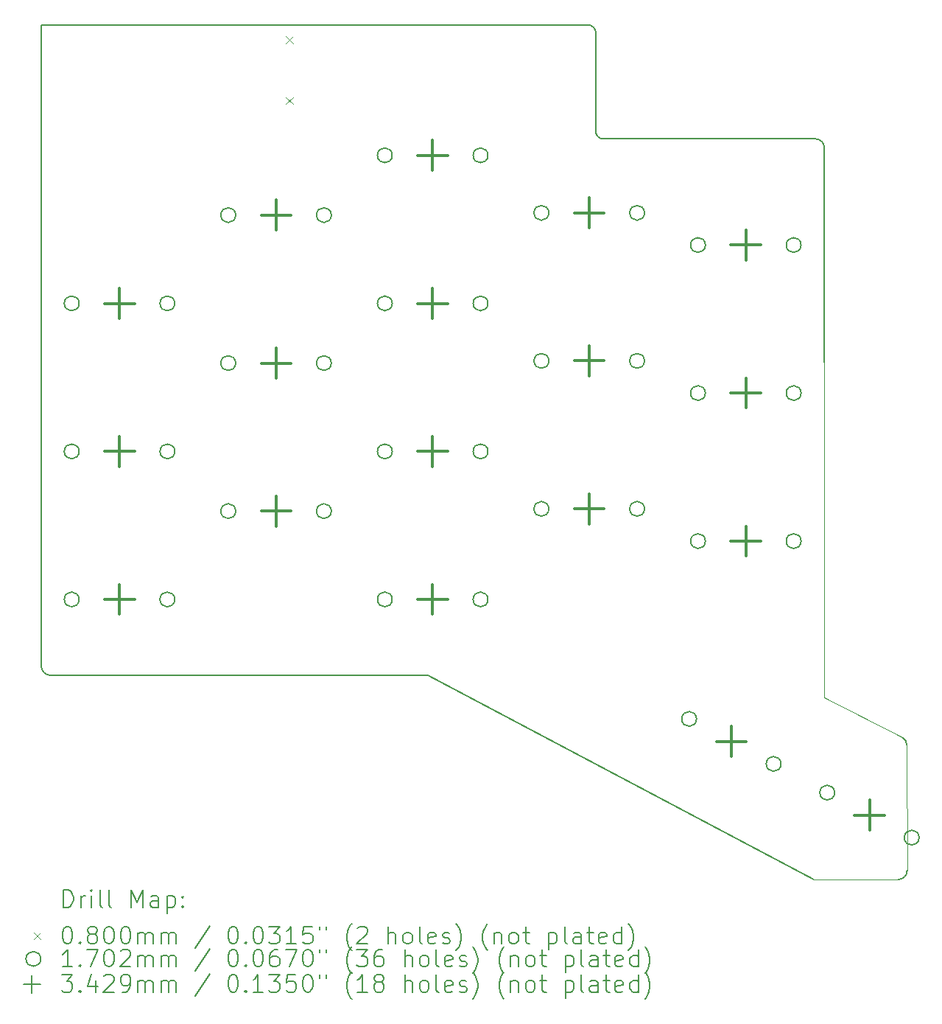
<source format=gbr>
%TF.GenerationSoftware,KiCad,Pcbnew,7.0.6*%
%TF.CreationDate,2023-11-22T12:36:23+08:00*%
%TF.ProjectId,tenten,74656e74-656e-42e6-9b69-6361645f7063,rev?*%
%TF.SameCoordinates,Original*%
%TF.FileFunction,Drillmap*%
%TF.FilePolarity,Positive*%
%FSLAX45Y45*%
G04 Gerber Fmt 4.5, Leading zero omitted, Abs format (unit mm)*
G04 Created by KiCad (PCBNEW 7.0.6) date 2023-11-22 12:36:23*
%MOMM*%
%LPD*%
G01*
G04 APERTURE LIST*
%ADD10C,0.150000*%
%ADD11C,0.050000*%
%ADD12C,0.200000*%
%ADD13C,0.080000*%
%ADD14C,0.170180*%
%ADD15C,0.342900*%
G04 APERTURE END LIST*
D10*
X12720000Y-4911000D02*
X12720320Y-3789680D01*
X12721544Y-3789176D02*
G75*
G03*
X12630140Y-3695231I-93984J-4D01*
G01*
D11*
X16299180Y-13411200D02*
X16298000Y-11971020D01*
D10*
X16199469Y-13510202D02*
G75*
G03*
X16299180Y-13411200I1J99713D01*
G01*
X6347460Y-11064240D02*
X6348000Y-3697000D01*
X12631420Y-3695000D02*
X6347552Y-3695000D01*
X15346957Y-5105257D02*
G75*
G03*
X15247952Y-5005546I-99717J-4D01*
G01*
X6347457Y-11064240D02*
G75*
G03*
X6446463Y-11163951I99713J0D01*
G01*
X15345792Y-7566000D02*
X15346954Y-5105257D01*
X10791000Y-11163000D02*
X15225000Y-13511000D01*
X6446463Y-11163951D02*
X10791000Y-11163000D01*
X12804857Y-5006000D02*
X15247073Y-5006000D01*
X12720003Y-4911000D02*
G75*
G03*
X12804857Y-5004966I87257J-6500D01*
G01*
D11*
X15343000Y-11423000D02*
X15343000Y-5362000D01*
X16243300Y-11879580D02*
X15343000Y-11423000D01*
D10*
X16297196Y-11968479D02*
G75*
G03*
X16243300Y-11879580I-100267J-1D01*
G01*
D11*
X15225000Y-13511000D02*
X16199469Y-13510203D01*
D12*
D13*
X9158000Y-3827000D02*
X9238000Y-3907000D01*
X9238000Y-3827000D02*
X9158000Y-3907000D01*
X9158000Y-4527000D02*
X9238000Y-4607000D01*
X9238000Y-4527000D02*
X9158000Y-4607000D01*
D14*
X6780882Y-6894486D02*
G75*
G03*
X6780882Y-6894486I-85090J0D01*
G01*
X6780882Y-8594486D02*
G75*
G03*
X6780882Y-8594486I-85090J0D01*
G01*
X6780882Y-10294486D02*
G75*
G03*
X6780882Y-10294486I-85090J0D01*
G01*
X7880882Y-6894486D02*
G75*
G03*
X7880882Y-6894486I-85090J0D01*
G01*
X7880882Y-8594486D02*
G75*
G03*
X7880882Y-8594486I-85090J0D01*
G01*
X7880882Y-10294486D02*
G75*
G03*
X7880882Y-10294486I-85090J0D01*
G01*
X8580882Y-5880286D02*
G75*
G03*
X8580882Y-5880286I-85090J0D01*
G01*
X8580882Y-7580286D02*
G75*
G03*
X8580882Y-7580286I-85090J0D01*
G01*
X8580882Y-9280286D02*
G75*
G03*
X8580882Y-9280286I-85090J0D01*
G01*
X9680882Y-5880286D02*
G75*
G03*
X9680882Y-5880286I-85090J0D01*
G01*
X9680882Y-7580286D02*
G75*
G03*
X9680882Y-7580286I-85090J0D01*
G01*
X9680882Y-9280286D02*
G75*
G03*
X9680882Y-9280286I-85090J0D01*
G01*
X10380882Y-5194486D02*
G75*
G03*
X10380882Y-5194486I-85090J0D01*
G01*
X10380882Y-6894486D02*
G75*
G03*
X10380882Y-6894486I-85090J0D01*
G01*
X10380882Y-8594486D02*
G75*
G03*
X10380882Y-8594486I-85090J0D01*
G01*
X10380882Y-10294486D02*
G75*
G03*
X10380882Y-10294486I-85090J0D01*
G01*
X11480882Y-5194486D02*
G75*
G03*
X11480882Y-5194486I-85090J0D01*
G01*
X11480882Y-6894486D02*
G75*
G03*
X11480882Y-6894486I-85090J0D01*
G01*
X11480882Y-8594486D02*
G75*
G03*
X11480882Y-8594486I-85090J0D01*
G01*
X11480882Y-10294486D02*
G75*
G03*
X11480882Y-10294486I-85090J0D01*
G01*
X12180882Y-5854486D02*
G75*
G03*
X12180882Y-5854486I-85090J0D01*
G01*
X12180882Y-7554486D02*
G75*
G03*
X12180882Y-7554486I-85090J0D01*
G01*
X12180882Y-9254486D02*
G75*
G03*
X12180882Y-9254486I-85090J0D01*
G01*
X13280882Y-5854486D02*
G75*
G03*
X13280882Y-5854486I-85090J0D01*
G01*
X13280882Y-7554486D02*
G75*
G03*
X13280882Y-7554486I-85090J0D01*
G01*
X13280882Y-9254486D02*
G75*
G03*
X13280882Y-9254486I-85090J0D01*
G01*
X13878848Y-11666581D02*
G75*
G03*
X13878848Y-11666581I-85090J0D01*
G01*
X13980882Y-6224486D02*
G75*
G03*
X13980882Y-6224486I-85090J0D01*
G01*
X13980882Y-7924486D02*
G75*
G03*
X13980882Y-7924486I-85090J0D01*
G01*
X13980882Y-9624486D02*
G75*
G03*
X13980882Y-9624486I-85090J0D01*
G01*
X14850090Y-12183000D02*
G75*
G03*
X14850090Y-12183000I-85090J0D01*
G01*
X15080882Y-6224486D02*
G75*
G03*
X15080882Y-6224486I-85090J0D01*
G01*
X15080882Y-7924486D02*
G75*
G03*
X15080882Y-7924486I-85090J0D01*
G01*
X15080882Y-9624486D02*
G75*
G03*
X15080882Y-9624486I-85090J0D01*
G01*
X15466469Y-12513791D02*
G75*
G03*
X15466469Y-12513791I-85090J0D01*
G01*
X16437711Y-13030209D02*
G75*
G03*
X16437711Y-13030209I-85090J0D01*
G01*
D15*
X7245792Y-6723036D02*
X7245792Y-7065936D01*
X7074342Y-6894486D02*
X7417242Y-6894486D01*
X7245792Y-8423036D02*
X7245792Y-8765936D01*
X7074342Y-8594486D02*
X7417242Y-8594486D01*
X7245792Y-10123036D02*
X7245792Y-10465936D01*
X7074342Y-10294486D02*
X7417242Y-10294486D01*
X9045792Y-5708836D02*
X9045792Y-6051736D01*
X8874342Y-5880286D02*
X9217242Y-5880286D01*
X9045792Y-7408836D02*
X9045792Y-7751736D01*
X8874342Y-7580286D02*
X9217242Y-7580286D01*
X9045792Y-9108836D02*
X9045792Y-9451736D01*
X8874342Y-9280286D02*
X9217242Y-9280286D01*
X10845792Y-5023036D02*
X10845792Y-5365936D01*
X10674342Y-5194486D02*
X11017242Y-5194486D01*
X10845792Y-6723036D02*
X10845792Y-7065936D01*
X10674342Y-6894486D02*
X11017242Y-6894486D01*
X10845792Y-8423036D02*
X10845792Y-8765936D01*
X10674342Y-8594486D02*
X11017242Y-8594486D01*
X10845792Y-10123036D02*
X10845792Y-10465936D01*
X10674342Y-10294486D02*
X11017242Y-10294486D01*
X12645792Y-5683036D02*
X12645792Y-6025936D01*
X12474342Y-5854486D02*
X12817242Y-5854486D01*
X12645792Y-7383036D02*
X12645792Y-7725936D01*
X12474342Y-7554486D02*
X12817242Y-7554486D01*
X12645792Y-9083036D02*
X12645792Y-9425936D01*
X12474342Y-9254486D02*
X12817242Y-9254486D01*
X14279379Y-11753341D02*
X14279379Y-12096241D01*
X14107929Y-11924791D02*
X14450829Y-11924791D01*
X14445792Y-6053036D02*
X14445792Y-6395936D01*
X14274342Y-6224486D02*
X14617242Y-6224486D01*
X14445792Y-7753036D02*
X14445792Y-8095936D01*
X14274342Y-7924486D02*
X14617242Y-7924486D01*
X14445792Y-9453036D02*
X14445792Y-9795936D01*
X14274342Y-9624486D02*
X14617242Y-9624486D01*
X15867000Y-12600550D02*
X15867000Y-12943450D01*
X15695550Y-12772000D02*
X16038450Y-12772000D01*
D12*
X6600737Y-13829984D02*
X6600737Y-13629984D01*
X6600737Y-13629984D02*
X6648356Y-13629984D01*
X6648356Y-13629984D02*
X6676927Y-13639508D01*
X6676927Y-13639508D02*
X6695975Y-13658555D01*
X6695975Y-13658555D02*
X6705499Y-13677603D01*
X6705499Y-13677603D02*
X6715022Y-13715698D01*
X6715022Y-13715698D02*
X6715022Y-13744269D01*
X6715022Y-13744269D02*
X6705499Y-13782365D01*
X6705499Y-13782365D02*
X6695975Y-13801412D01*
X6695975Y-13801412D02*
X6676927Y-13820460D01*
X6676927Y-13820460D02*
X6648356Y-13829984D01*
X6648356Y-13829984D02*
X6600737Y-13829984D01*
X6800737Y-13829984D02*
X6800737Y-13696650D01*
X6800737Y-13734746D02*
X6810261Y-13715698D01*
X6810261Y-13715698D02*
X6819784Y-13706174D01*
X6819784Y-13706174D02*
X6838832Y-13696650D01*
X6838832Y-13696650D02*
X6857880Y-13696650D01*
X6924546Y-13829984D02*
X6924546Y-13696650D01*
X6924546Y-13629984D02*
X6915022Y-13639508D01*
X6915022Y-13639508D02*
X6924546Y-13649031D01*
X6924546Y-13649031D02*
X6934070Y-13639508D01*
X6934070Y-13639508D02*
X6924546Y-13629984D01*
X6924546Y-13629984D02*
X6924546Y-13649031D01*
X7048356Y-13829984D02*
X7029308Y-13820460D01*
X7029308Y-13820460D02*
X7019784Y-13801412D01*
X7019784Y-13801412D02*
X7019784Y-13629984D01*
X7153118Y-13829984D02*
X7134070Y-13820460D01*
X7134070Y-13820460D02*
X7124546Y-13801412D01*
X7124546Y-13801412D02*
X7124546Y-13629984D01*
X7381689Y-13829984D02*
X7381689Y-13629984D01*
X7381689Y-13629984D02*
X7448356Y-13772841D01*
X7448356Y-13772841D02*
X7515022Y-13629984D01*
X7515022Y-13629984D02*
X7515022Y-13829984D01*
X7695975Y-13829984D02*
X7695975Y-13725222D01*
X7695975Y-13725222D02*
X7686451Y-13706174D01*
X7686451Y-13706174D02*
X7667403Y-13696650D01*
X7667403Y-13696650D02*
X7629308Y-13696650D01*
X7629308Y-13696650D02*
X7610261Y-13706174D01*
X7695975Y-13820460D02*
X7676927Y-13829984D01*
X7676927Y-13829984D02*
X7629308Y-13829984D01*
X7629308Y-13829984D02*
X7610261Y-13820460D01*
X7610261Y-13820460D02*
X7600737Y-13801412D01*
X7600737Y-13801412D02*
X7600737Y-13782365D01*
X7600737Y-13782365D02*
X7610261Y-13763317D01*
X7610261Y-13763317D02*
X7629308Y-13753793D01*
X7629308Y-13753793D02*
X7676927Y-13753793D01*
X7676927Y-13753793D02*
X7695975Y-13744269D01*
X7791213Y-13696650D02*
X7791213Y-13896650D01*
X7791213Y-13706174D02*
X7810261Y-13696650D01*
X7810261Y-13696650D02*
X7848356Y-13696650D01*
X7848356Y-13696650D02*
X7867403Y-13706174D01*
X7867403Y-13706174D02*
X7876927Y-13715698D01*
X7876927Y-13715698D02*
X7886451Y-13734746D01*
X7886451Y-13734746D02*
X7886451Y-13791888D01*
X7886451Y-13791888D02*
X7876927Y-13810936D01*
X7876927Y-13810936D02*
X7867403Y-13820460D01*
X7867403Y-13820460D02*
X7848356Y-13829984D01*
X7848356Y-13829984D02*
X7810261Y-13829984D01*
X7810261Y-13829984D02*
X7791213Y-13820460D01*
X7972165Y-13810936D02*
X7981689Y-13820460D01*
X7981689Y-13820460D02*
X7972165Y-13829984D01*
X7972165Y-13829984D02*
X7962642Y-13820460D01*
X7962642Y-13820460D02*
X7972165Y-13810936D01*
X7972165Y-13810936D02*
X7972165Y-13829984D01*
X7972165Y-13706174D02*
X7981689Y-13715698D01*
X7981689Y-13715698D02*
X7972165Y-13725222D01*
X7972165Y-13725222D02*
X7962642Y-13715698D01*
X7962642Y-13715698D02*
X7972165Y-13706174D01*
X7972165Y-13706174D02*
X7972165Y-13725222D01*
D13*
X6259960Y-14118500D02*
X6339960Y-14198500D01*
X6339960Y-14118500D02*
X6259960Y-14198500D01*
D12*
X6638832Y-14049984D02*
X6657880Y-14049984D01*
X6657880Y-14049984D02*
X6676927Y-14059508D01*
X6676927Y-14059508D02*
X6686451Y-14069031D01*
X6686451Y-14069031D02*
X6695975Y-14088079D01*
X6695975Y-14088079D02*
X6705499Y-14126174D01*
X6705499Y-14126174D02*
X6705499Y-14173793D01*
X6705499Y-14173793D02*
X6695975Y-14211888D01*
X6695975Y-14211888D02*
X6686451Y-14230936D01*
X6686451Y-14230936D02*
X6676927Y-14240460D01*
X6676927Y-14240460D02*
X6657880Y-14249984D01*
X6657880Y-14249984D02*
X6638832Y-14249984D01*
X6638832Y-14249984D02*
X6619784Y-14240460D01*
X6619784Y-14240460D02*
X6610261Y-14230936D01*
X6610261Y-14230936D02*
X6600737Y-14211888D01*
X6600737Y-14211888D02*
X6591213Y-14173793D01*
X6591213Y-14173793D02*
X6591213Y-14126174D01*
X6591213Y-14126174D02*
X6600737Y-14088079D01*
X6600737Y-14088079D02*
X6610261Y-14069031D01*
X6610261Y-14069031D02*
X6619784Y-14059508D01*
X6619784Y-14059508D02*
X6638832Y-14049984D01*
X6791213Y-14230936D02*
X6800737Y-14240460D01*
X6800737Y-14240460D02*
X6791213Y-14249984D01*
X6791213Y-14249984D02*
X6781689Y-14240460D01*
X6781689Y-14240460D02*
X6791213Y-14230936D01*
X6791213Y-14230936D02*
X6791213Y-14249984D01*
X6915022Y-14135698D02*
X6895975Y-14126174D01*
X6895975Y-14126174D02*
X6886451Y-14116650D01*
X6886451Y-14116650D02*
X6876927Y-14097603D01*
X6876927Y-14097603D02*
X6876927Y-14088079D01*
X6876927Y-14088079D02*
X6886451Y-14069031D01*
X6886451Y-14069031D02*
X6895975Y-14059508D01*
X6895975Y-14059508D02*
X6915022Y-14049984D01*
X6915022Y-14049984D02*
X6953118Y-14049984D01*
X6953118Y-14049984D02*
X6972165Y-14059508D01*
X6972165Y-14059508D02*
X6981689Y-14069031D01*
X6981689Y-14069031D02*
X6991213Y-14088079D01*
X6991213Y-14088079D02*
X6991213Y-14097603D01*
X6991213Y-14097603D02*
X6981689Y-14116650D01*
X6981689Y-14116650D02*
X6972165Y-14126174D01*
X6972165Y-14126174D02*
X6953118Y-14135698D01*
X6953118Y-14135698D02*
X6915022Y-14135698D01*
X6915022Y-14135698D02*
X6895975Y-14145222D01*
X6895975Y-14145222D02*
X6886451Y-14154746D01*
X6886451Y-14154746D02*
X6876927Y-14173793D01*
X6876927Y-14173793D02*
X6876927Y-14211888D01*
X6876927Y-14211888D02*
X6886451Y-14230936D01*
X6886451Y-14230936D02*
X6895975Y-14240460D01*
X6895975Y-14240460D02*
X6915022Y-14249984D01*
X6915022Y-14249984D02*
X6953118Y-14249984D01*
X6953118Y-14249984D02*
X6972165Y-14240460D01*
X6972165Y-14240460D02*
X6981689Y-14230936D01*
X6981689Y-14230936D02*
X6991213Y-14211888D01*
X6991213Y-14211888D02*
X6991213Y-14173793D01*
X6991213Y-14173793D02*
X6981689Y-14154746D01*
X6981689Y-14154746D02*
X6972165Y-14145222D01*
X6972165Y-14145222D02*
X6953118Y-14135698D01*
X7115022Y-14049984D02*
X7134070Y-14049984D01*
X7134070Y-14049984D02*
X7153118Y-14059508D01*
X7153118Y-14059508D02*
X7162642Y-14069031D01*
X7162642Y-14069031D02*
X7172165Y-14088079D01*
X7172165Y-14088079D02*
X7181689Y-14126174D01*
X7181689Y-14126174D02*
X7181689Y-14173793D01*
X7181689Y-14173793D02*
X7172165Y-14211888D01*
X7172165Y-14211888D02*
X7162642Y-14230936D01*
X7162642Y-14230936D02*
X7153118Y-14240460D01*
X7153118Y-14240460D02*
X7134070Y-14249984D01*
X7134070Y-14249984D02*
X7115022Y-14249984D01*
X7115022Y-14249984D02*
X7095975Y-14240460D01*
X7095975Y-14240460D02*
X7086451Y-14230936D01*
X7086451Y-14230936D02*
X7076927Y-14211888D01*
X7076927Y-14211888D02*
X7067403Y-14173793D01*
X7067403Y-14173793D02*
X7067403Y-14126174D01*
X7067403Y-14126174D02*
X7076927Y-14088079D01*
X7076927Y-14088079D02*
X7086451Y-14069031D01*
X7086451Y-14069031D02*
X7095975Y-14059508D01*
X7095975Y-14059508D02*
X7115022Y-14049984D01*
X7305499Y-14049984D02*
X7324546Y-14049984D01*
X7324546Y-14049984D02*
X7343594Y-14059508D01*
X7343594Y-14059508D02*
X7353118Y-14069031D01*
X7353118Y-14069031D02*
X7362642Y-14088079D01*
X7362642Y-14088079D02*
X7372165Y-14126174D01*
X7372165Y-14126174D02*
X7372165Y-14173793D01*
X7372165Y-14173793D02*
X7362642Y-14211888D01*
X7362642Y-14211888D02*
X7353118Y-14230936D01*
X7353118Y-14230936D02*
X7343594Y-14240460D01*
X7343594Y-14240460D02*
X7324546Y-14249984D01*
X7324546Y-14249984D02*
X7305499Y-14249984D01*
X7305499Y-14249984D02*
X7286451Y-14240460D01*
X7286451Y-14240460D02*
X7276927Y-14230936D01*
X7276927Y-14230936D02*
X7267403Y-14211888D01*
X7267403Y-14211888D02*
X7257880Y-14173793D01*
X7257880Y-14173793D02*
X7257880Y-14126174D01*
X7257880Y-14126174D02*
X7267403Y-14088079D01*
X7267403Y-14088079D02*
X7276927Y-14069031D01*
X7276927Y-14069031D02*
X7286451Y-14059508D01*
X7286451Y-14059508D02*
X7305499Y-14049984D01*
X7457880Y-14249984D02*
X7457880Y-14116650D01*
X7457880Y-14135698D02*
X7467403Y-14126174D01*
X7467403Y-14126174D02*
X7486451Y-14116650D01*
X7486451Y-14116650D02*
X7515023Y-14116650D01*
X7515023Y-14116650D02*
X7534070Y-14126174D01*
X7534070Y-14126174D02*
X7543594Y-14145222D01*
X7543594Y-14145222D02*
X7543594Y-14249984D01*
X7543594Y-14145222D02*
X7553118Y-14126174D01*
X7553118Y-14126174D02*
X7572165Y-14116650D01*
X7572165Y-14116650D02*
X7600737Y-14116650D01*
X7600737Y-14116650D02*
X7619784Y-14126174D01*
X7619784Y-14126174D02*
X7629308Y-14145222D01*
X7629308Y-14145222D02*
X7629308Y-14249984D01*
X7724546Y-14249984D02*
X7724546Y-14116650D01*
X7724546Y-14135698D02*
X7734070Y-14126174D01*
X7734070Y-14126174D02*
X7753118Y-14116650D01*
X7753118Y-14116650D02*
X7781689Y-14116650D01*
X7781689Y-14116650D02*
X7800737Y-14126174D01*
X7800737Y-14126174D02*
X7810261Y-14145222D01*
X7810261Y-14145222D02*
X7810261Y-14249984D01*
X7810261Y-14145222D02*
X7819784Y-14126174D01*
X7819784Y-14126174D02*
X7838832Y-14116650D01*
X7838832Y-14116650D02*
X7867403Y-14116650D01*
X7867403Y-14116650D02*
X7886451Y-14126174D01*
X7886451Y-14126174D02*
X7895975Y-14145222D01*
X7895975Y-14145222D02*
X7895975Y-14249984D01*
X8286451Y-14040460D02*
X8115023Y-14297603D01*
X8543594Y-14049984D02*
X8562642Y-14049984D01*
X8562642Y-14049984D02*
X8581689Y-14059508D01*
X8581689Y-14059508D02*
X8591213Y-14069031D01*
X8591213Y-14069031D02*
X8600737Y-14088079D01*
X8600737Y-14088079D02*
X8610261Y-14126174D01*
X8610261Y-14126174D02*
X8610261Y-14173793D01*
X8610261Y-14173793D02*
X8600737Y-14211888D01*
X8600737Y-14211888D02*
X8591213Y-14230936D01*
X8591213Y-14230936D02*
X8581689Y-14240460D01*
X8581689Y-14240460D02*
X8562642Y-14249984D01*
X8562642Y-14249984D02*
X8543594Y-14249984D01*
X8543594Y-14249984D02*
X8524547Y-14240460D01*
X8524547Y-14240460D02*
X8515023Y-14230936D01*
X8515023Y-14230936D02*
X8505499Y-14211888D01*
X8505499Y-14211888D02*
X8495975Y-14173793D01*
X8495975Y-14173793D02*
X8495975Y-14126174D01*
X8495975Y-14126174D02*
X8505499Y-14088079D01*
X8505499Y-14088079D02*
X8515023Y-14069031D01*
X8515023Y-14069031D02*
X8524547Y-14059508D01*
X8524547Y-14059508D02*
X8543594Y-14049984D01*
X8695975Y-14230936D02*
X8705499Y-14240460D01*
X8705499Y-14240460D02*
X8695975Y-14249984D01*
X8695975Y-14249984D02*
X8686451Y-14240460D01*
X8686451Y-14240460D02*
X8695975Y-14230936D01*
X8695975Y-14230936D02*
X8695975Y-14249984D01*
X8829308Y-14049984D02*
X8848356Y-14049984D01*
X8848356Y-14049984D02*
X8867404Y-14059508D01*
X8867404Y-14059508D02*
X8876928Y-14069031D01*
X8876928Y-14069031D02*
X8886451Y-14088079D01*
X8886451Y-14088079D02*
X8895975Y-14126174D01*
X8895975Y-14126174D02*
X8895975Y-14173793D01*
X8895975Y-14173793D02*
X8886451Y-14211888D01*
X8886451Y-14211888D02*
X8876928Y-14230936D01*
X8876928Y-14230936D02*
X8867404Y-14240460D01*
X8867404Y-14240460D02*
X8848356Y-14249984D01*
X8848356Y-14249984D02*
X8829308Y-14249984D01*
X8829308Y-14249984D02*
X8810261Y-14240460D01*
X8810261Y-14240460D02*
X8800737Y-14230936D01*
X8800737Y-14230936D02*
X8791213Y-14211888D01*
X8791213Y-14211888D02*
X8781689Y-14173793D01*
X8781689Y-14173793D02*
X8781689Y-14126174D01*
X8781689Y-14126174D02*
X8791213Y-14088079D01*
X8791213Y-14088079D02*
X8800737Y-14069031D01*
X8800737Y-14069031D02*
X8810261Y-14059508D01*
X8810261Y-14059508D02*
X8829308Y-14049984D01*
X8962642Y-14049984D02*
X9086451Y-14049984D01*
X9086451Y-14049984D02*
X9019785Y-14126174D01*
X9019785Y-14126174D02*
X9048356Y-14126174D01*
X9048356Y-14126174D02*
X9067404Y-14135698D01*
X9067404Y-14135698D02*
X9076928Y-14145222D01*
X9076928Y-14145222D02*
X9086451Y-14164269D01*
X9086451Y-14164269D02*
X9086451Y-14211888D01*
X9086451Y-14211888D02*
X9076928Y-14230936D01*
X9076928Y-14230936D02*
X9067404Y-14240460D01*
X9067404Y-14240460D02*
X9048356Y-14249984D01*
X9048356Y-14249984D02*
X8991213Y-14249984D01*
X8991213Y-14249984D02*
X8972166Y-14240460D01*
X8972166Y-14240460D02*
X8962642Y-14230936D01*
X9276928Y-14249984D02*
X9162642Y-14249984D01*
X9219785Y-14249984D02*
X9219785Y-14049984D01*
X9219785Y-14049984D02*
X9200737Y-14078555D01*
X9200737Y-14078555D02*
X9181689Y-14097603D01*
X9181689Y-14097603D02*
X9162642Y-14107127D01*
X9457880Y-14049984D02*
X9362642Y-14049984D01*
X9362642Y-14049984D02*
X9353118Y-14145222D01*
X9353118Y-14145222D02*
X9362642Y-14135698D01*
X9362642Y-14135698D02*
X9381689Y-14126174D01*
X9381689Y-14126174D02*
X9429309Y-14126174D01*
X9429309Y-14126174D02*
X9448356Y-14135698D01*
X9448356Y-14135698D02*
X9457880Y-14145222D01*
X9457880Y-14145222D02*
X9467404Y-14164269D01*
X9467404Y-14164269D02*
X9467404Y-14211888D01*
X9467404Y-14211888D02*
X9457880Y-14230936D01*
X9457880Y-14230936D02*
X9448356Y-14240460D01*
X9448356Y-14240460D02*
X9429309Y-14249984D01*
X9429309Y-14249984D02*
X9381689Y-14249984D01*
X9381689Y-14249984D02*
X9362642Y-14240460D01*
X9362642Y-14240460D02*
X9353118Y-14230936D01*
X9543594Y-14049984D02*
X9543594Y-14088079D01*
X9619785Y-14049984D02*
X9619785Y-14088079D01*
X9915023Y-14326174D02*
X9905499Y-14316650D01*
X9905499Y-14316650D02*
X9886451Y-14288079D01*
X9886451Y-14288079D02*
X9876928Y-14269031D01*
X9876928Y-14269031D02*
X9867404Y-14240460D01*
X9867404Y-14240460D02*
X9857880Y-14192841D01*
X9857880Y-14192841D02*
X9857880Y-14154746D01*
X9857880Y-14154746D02*
X9867404Y-14107127D01*
X9867404Y-14107127D02*
X9876928Y-14078555D01*
X9876928Y-14078555D02*
X9886451Y-14059508D01*
X9886451Y-14059508D02*
X9905499Y-14030936D01*
X9905499Y-14030936D02*
X9915023Y-14021412D01*
X9981690Y-14069031D02*
X9991213Y-14059508D01*
X9991213Y-14059508D02*
X10010261Y-14049984D01*
X10010261Y-14049984D02*
X10057880Y-14049984D01*
X10057880Y-14049984D02*
X10076928Y-14059508D01*
X10076928Y-14059508D02*
X10086451Y-14069031D01*
X10086451Y-14069031D02*
X10095975Y-14088079D01*
X10095975Y-14088079D02*
X10095975Y-14107127D01*
X10095975Y-14107127D02*
X10086451Y-14135698D01*
X10086451Y-14135698D02*
X9972166Y-14249984D01*
X9972166Y-14249984D02*
X10095975Y-14249984D01*
X10334071Y-14249984D02*
X10334071Y-14049984D01*
X10419785Y-14249984D02*
X10419785Y-14145222D01*
X10419785Y-14145222D02*
X10410261Y-14126174D01*
X10410261Y-14126174D02*
X10391213Y-14116650D01*
X10391213Y-14116650D02*
X10362642Y-14116650D01*
X10362642Y-14116650D02*
X10343594Y-14126174D01*
X10343594Y-14126174D02*
X10334071Y-14135698D01*
X10543594Y-14249984D02*
X10524547Y-14240460D01*
X10524547Y-14240460D02*
X10515023Y-14230936D01*
X10515023Y-14230936D02*
X10505499Y-14211888D01*
X10505499Y-14211888D02*
X10505499Y-14154746D01*
X10505499Y-14154746D02*
X10515023Y-14135698D01*
X10515023Y-14135698D02*
X10524547Y-14126174D01*
X10524547Y-14126174D02*
X10543594Y-14116650D01*
X10543594Y-14116650D02*
X10572166Y-14116650D01*
X10572166Y-14116650D02*
X10591213Y-14126174D01*
X10591213Y-14126174D02*
X10600737Y-14135698D01*
X10600737Y-14135698D02*
X10610261Y-14154746D01*
X10610261Y-14154746D02*
X10610261Y-14211888D01*
X10610261Y-14211888D02*
X10600737Y-14230936D01*
X10600737Y-14230936D02*
X10591213Y-14240460D01*
X10591213Y-14240460D02*
X10572166Y-14249984D01*
X10572166Y-14249984D02*
X10543594Y-14249984D01*
X10724547Y-14249984D02*
X10705499Y-14240460D01*
X10705499Y-14240460D02*
X10695975Y-14221412D01*
X10695975Y-14221412D02*
X10695975Y-14049984D01*
X10876928Y-14240460D02*
X10857880Y-14249984D01*
X10857880Y-14249984D02*
X10819785Y-14249984D01*
X10819785Y-14249984D02*
X10800737Y-14240460D01*
X10800737Y-14240460D02*
X10791213Y-14221412D01*
X10791213Y-14221412D02*
X10791213Y-14145222D01*
X10791213Y-14145222D02*
X10800737Y-14126174D01*
X10800737Y-14126174D02*
X10819785Y-14116650D01*
X10819785Y-14116650D02*
X10857880Y-14116650D01*
X10857880Y-14116650D02*
X10876928Y-14126174D01*
X10876928Y-14126174D02*
X10886452Y-14145222D01*
X10886452Y-14145222D02*
X10886452Y-14164269D01*
X10886452Y-14164269D02*
X10791213Y-14183317D01*
X10962642Y-14240460D02*
X10981690Y-14249984D01*
X10981690Y-14249984D02*
X11019785Y-14249984D01*
X11019785Y-14249984D02*
X11038833Y-14240460D01*
X11038833Y-14240460D02*
X11048356Y-14221412D01*
X11048356Y-14221412D02*
X11048356Y-14211888D01*
X11048356Y-14211888D02*
X11038833Y-14192841D01*
X11038833Y-14192841D02*
X11019785Y-14183317D01*
X11019785Y-14183317D02*
X10991213Y-14183317D01*
X10991213Y-14183317D02*
X10972166Y-14173793D01*
X10972166Y-14173793D02*
X10962642Y-14154746D01*
X10962642Y-14154746D02*
X10962642Y-14145222D01*
X10962642Y-14145222D02*
X10972166Y-14126174D01*
X10972166Y-14126174D02*
X10991213Y-14116650D01*
X10991213Y-14116650D02*
X11019785Y-14116650D01*
X11019785Y-14116650D02*
X11038833Y-14126174D01*
X11115023Y-14326174D02*
X11124547Y-14316650D01*
X11124547Y-14316650D02*
X11143594Y-14288079D01*
X11143594Y-14288079D02*
X11153118Y-14269031D01*
X11153118Y-14269031D02*
X11162642Y-14240460D01*
X11162642Y-14240460D02*
X11172166Y-14192841D01*
X11172166Y-14192841D02*
X11172166Y-14154746D01*
X11172166Y-14154746D02*
X11162642Y-14107127D01*
X11162642Y-14107127D02*
X11153118Y-14078555D01*
X11153118Y-14078555D02*
X11143594Y-14059508D01*
X11143594Y-14059508D02*
X11124547Y-14030936D01*
X11124547Y-14030936D02*
X11115023Y-14021412D01*
X11476928Y-14326174D02*
X11467404Y-14316650D01*
X11467404Y-14316650D02*
X11448356Y-14288079D01*
X11448356Y-14288079D02*
X11438832Y-14269031D01*
X11438832Y-14269031D02*
X11429309Y-14240460D01*
X11429309Y-14240460D02*
X11419785Y-14192841D01*
X11419785Y-14192841D02*
X11419785Y-14154746D01*
X11419785Y-14154746D02*
X11429309Y-14107127D01*
X11429309Y-14107127D02*
X11438832Y-14078555D01*
X11438832Y-14078555D02*
X11448356Y-14059508D01*
X11448356Y-14059508D02*
X11467404Y-14030936D01*
X11467404Y-14030936D02*
X11476928Y-14021412D01*
X11553118Y-14116650D02*
X11553118Y-14249984D01*
X11553118Y-14135698D02*
X11562642Y-14126174D01*
X11562642Y-14126174D02*
X11581690Y-14116650D01*
X11581690Y-14116650D02*
X11610261Y-14116650D01*
X11610261Y-14116650D02*
X11629309Y-14126174D01*
X11629309Y-14126174D02*
X11638832Y-14145222D01*
X11638832Y-14145222D02*
X11638832Y-14249984D01*
X11762642Y-14249984D02*
X11743594Y-14240460D01*
X11743594Y-14240460D02*
X11734071Y-14230936D01*
X11734071Y-14230936D02*
X11724547Y-14211888D01*
X11724547Y-14211888D02*
X11724547Y-14154746D01*
X11724547Y-14154746D02*
X11734071Y-14135698D01*
X11734071Y-14135698D02*
X11743594Y-14126174D01*
X11743594Y-14126174D02*
X11762642Y-14116650D01*
X11762642Y-14116650D02*
X11791213Y-14116650D01*
X11791213Y-14116650D02*
X11810261Y-14126174D01*
X11810261Y-14126174D02*
X11819785Y-14135698D01*
X11819785Y-14135698D02*
X11829309Y-14154746D01*
X11829309Y-14154746D02*
X11829309Y-14211888D01*
X11829309Y-14211888D02*
X11819785Y-14230936D01*
X11819785Y-14230936D02*
X11810261Y-14240460D01*
X11810261Y-14240460D02*
X11791213Y-14249984D01*
X11791213Y-14249984D02*
X11762642Y-14249984D01*
X11886452Y-14116650D02*
X11962642Y-14116650D01*
X11915023Y-14049984D02*
X11915023Y-14221412D01*
X11915023Y-14221412D02*
X11924547Y-14240460D01*
X11924547Y-14240460D02*
X11943594Y-14249984D01*
X11943594Y-14249984D02*
X11962642Y-14249984D01*
X12181690Y-14116650D02*
X12181690Y-14316650D01*
X12181690Y-14126174D02*
X12200737Y-14116650D01*
X12200737Y-14116650D02*
X12238833Y-14116650D01*
X12238833Y-14116650D02*
X12257880Y-14126174D01*
X12257880Y-14126174D02*
X12267404Y-14135698D01*
X12267404Y-14135698D02*
X12276928Y-14154746D01*
X12276928Y-14154746D02*
X12276928Y-14211888D01*
X12276928Y-14211888D02*
X12267404Y-14230936D01*
X12267404Y-14230936D02*
X12257880Y-14240460D01*
X12257880Y-14240460D02*
X12238833Y-14249984D01*
X12238833Y-14249984D02*
X12200737Y-14249984D01*
X12200737Y-14249984D02*
X12181690Y-14240460D01*
X12391213Y-14249984D02*
X12372166Y-14240460D01*
X12372166Y-14240460D02*
X12362642Y-14221412D01*
X12362642Y-14221412D02*
X12362642Y-14049984D01*
X12553118Y-14249984D02*
X12553118Y-14145222D01*
X12553118Y-14145222D02*
X12543594Y-14126174D01*
X12543594Y-14126174D02*
X12524547Y-14116650D01*
X12524547Y-14116650D02*
X12486452Y-14116650D01*
X12486452Y-14116650D02*
X12467404Y-14126174D01*
X12553118Y-14240460D02*
X12534071Y-14249984D01*
X12534071Y-14249984D02*
X12486452Y-14249984D01*
X12486452Y-14249984D02*
X12467404Y-14240460D01*
X12467404Y-14240460D02*
X12457880Y-14221412D01*
X12457880Y-14221412D02*
X12457880Y-14202365D01*
X12457880Y-14202365D02*
X12467404Y-14183317D01*
X12467404Y-14183317D02*
X12486452Y-14173793D01*
X12486452Y-14173793D02*
X12534071Y-14173793D01*
X12534071Y-14173793D02*
X12553118Y-14164269D01*
X12619785Y-14116650D02*
X12695975Y-14116650D01*
X12648356Y-14049984D02*
X12648356Y-14221412D01*
X12648356Y-14221412D02*
X12657880Y-14240460D01*
X12657880Y-14240460D02*
X12676928Y-14249984D01*
X12676928Y-14249984D02*
X12695975Y-14249984D01*
X12838833Y-14240460D02*
X12819785Y-14249984D01*
X12819785Y-14249984D02*
X12781690Y-14249984D01*
X12781690Y-14249984D02*
X12762642Y-14240460D01*
X12762642Y-14240460D02*
X12753118Y-14221412D01*
X12753118Y-14221412D02*
X12753118Y-14145222D01*
X12753118Y-14145222D02*
X12762642Y-14126174D01*
X12762642Y-14126174D02*
X12781690Y-14116650D01*
X12781690Y-14116650D02*
X12819785Y-14116650D01*
X12819785Y-14116650D02*
X12838833Y-14126174D01*
X12838833Y-14126174D02*
X12848356Y-14145222D01*
X12848356Y-14145222D02*
X12848356Y-14164269D01*
X12848356Y-14164269D02*
X12753118Y-14183317D01*
X13019785Y-14249984D02*
X13019785Y-14049984D01*
X13019785Y-14240460D02*
X13000737Y-14249984D01*
X13000737Y-14249984D02*
X12962642Y-14249984D01*
X12962642Y-14249984D02*
X12943594Y-14240460D01*
X12943594Y-14240460D02*
X12934071Y-14230936D01*
X12934071Y-14230936D02*
X12924547Y-14211888D01*
X12924547Y-14211888D02*
X12924547Y-14154746D01*
X12924547Y-14154746D02*
X12934071Y-14135698D01*
X12934071Y-14135698D02*
X12943594Y-14126174D01*
X12943594Y-14126174D02*
X12962642Y-14116650D01*
X12962642Y-14116650D02*
X13000737Y-14116650D01*
X13000737Y-14116650D02*
X13019785Y-14126174D01*
X13095975Y-14326174D02*
X13105499Y-14316650D01*
X13105499Y-14316650D02*
X13124547Y-14288079D01*
X13124547Y-14288079D02*
X13134071Y-14269031D01*
X13134071Y-14269031D02*
X13143594Y-14240460D01*
X13143594Y-14240460D02*
X13153118Y-14192841D01*
X13153118Y-14192841D02*
X13153118Y-14154746D01*
X13153118Y-14154746D02*
X13143594Y-14107127D01*
X13143594Y-14107127D02*
X13134071Y-14078555D01*
X13134071Y-14078555D02*
X13124547Y-14059508D01*
X13124547Y-14059508D02*
X13105499Y-14030936D01*
X13105499Y-14030936D02*
X13095975Y-14021412D01*
D14*
X6339960Y-14422500D02*
G75*
G03*
X6339960Y-14422500I-85090J0D01*
G01*
D12*
X6705499Y-14513984D02*
X6591213Y-14513984D01*
X6648356Y-14513984D02*
X6648356Y-14313984D01*
X6648356Y-14313984D02*
X6629308Y-14342555D01*
X6629308Y-14342555D02*
X6610261Y-14361603D01*
X6610261Y-14361603D02*
X6591213Y-14371127D01*
X6791213Y-14494936D02*
X6800737Y-14504460D01*
X6800737Y-14504460D02*
X6791213Y-14513984D01*
X6791213Y-14513984D02*
X6781689Y-14504460D01*
X6781689Y-14504460D02*
X6791213Y-14494936D01*
X6791213Y-14494936D02*
X6791213Y-14513984D01*
X6867403Y-14313984D02*
X7000737Y-14313984D01*
X7000737Y-14313984D02*
X6915022Y-14513984D01*
X7115022Y-14313984D02*
X7134070Y-14313984D01*
X7134070Y-14313984D02*
X7153118Y-14323508D01*
X7153118Y-14323508D02*
X7162642Y-14333031D01*
X7162642Y-14333031D02*
X7172165Y-14352079D01*
X7172165Y-14352079D02*
X7181689Y-14390174D01*
X7181689Y-14390174D02*
X7181689Y-14437793D01*
X7181689Y-14437793D02*
X7172165Y-14475888D01*
X7172165Y-14475888D02*
X7162642Y-14494936D01*
X7162642Y-14494936D02*
X7153118Y-14504460D01*
X7153118Y-14504460D02*
X7134070Y-14513984D01*
X7134070Y-14513984D02*
X7115022Y-14513984D01*
X7115022Y-14513984D02*
X7095975Y-14504460D01*
X7095975Y-14504460D02*
X7086451Y-14494936D01*
X7086451Y-14494936D02*
X7076927Y-14475888D01*
X7076927Y-14475888D02*
X7067403Y-14437793D01*
X7067403Y-14437793D02*
X7067403Y-14390174D01*
X7067403Y-14390174D02*
X7076927Y-14352079D01*
X7076927Y-14352079D02*
X7086451Y-14333031D01*
X7086451Y-14333031D02*
X7095975Y-14323508D01*
X7095975Y-14323508D02*
X7115022Y-14313984D01*
X7257880Y-14333031D02*
X7267403Y-14323508D01*
X7267403Y-14323508D02*
X7286451Y-14313984D01*
X7286451Y-14313984D02*
X7334070Y-14313984D01*
X7334070Y-14313984D02*
X7353118Y-14323508D01*
X7353118Y-14323508D02*
X7362642Y-14333031D01*
X7362642Y-14333031D02*
X7372165Y-14352079D01*
X7372165Y-14352079D02*
X7372165Y-14371127D01*
X7372165Y-14371127D02*
X7362642Y-14399698D01*
X7362642Y-14399698D02*
X7248356Y-14513984D01*
X7248356Y-14513984D02*
X7372165Y-14513984D01*
X7457880Y-14513984D02*
X7457880Y-14380650D01*
X7457880Y-14399698D02*
X7467403Y-14390174D01*
X7467403Y-14390174D02*
X7486451Y-14380650D01*
X7486451Y-14380650D02*
X7515023Y-14380650D01*
X7515023Y-14380650D02*
X7534070Y-14390174D01*
X7534070Y-14390174D02*
X7543594Y-14409222D01*
X7543594Y-14409222D02*
X7543594Y-14513984D01*
X7543594Y-14409222D02*
X7553118Y-14390174D01*
X7553118Y-14390174D02*
X7572165Y-14380650D01*
X7572165Y-14380650D02*
X7600737Y-14380650D01*
X7600737Y-14380650D02*
X7619784Y-14390174D01*
X7619784Y-14390174D02*
X7629308Y-14409222D01*
X7629308Y-14409222D02*
X7629308Y-14513984D01*
X7724546Y-14513984D02*
X7724546Y-14380650D01*
X7724546Y-14399698D02*
X7734070Y-14390174D01*
X7734070Y-14390174D02*
X7753118Y-14380650D01*
X7753118Y-14380650D02*
X7781689Y-14380650D01*
X7781689Y-14380650D02*
X7800737Y-14390174D01*
X7800737Y-14390174D02*
X7810261Y-14409222D01*
X7810261Y-14409222D02*
X7810261Y-14513984D01*
X7810261Y-14409222D02*
X7819784Y-14390174D01*
X7819784Y-14390174D02*
X7838832Y-14380650D01*
X7838832Y-14380650D02*
X7867403Y-14380650D01*
X7867403Y-14380650D02*
X7886451Y-14390174D01*
X7886451Y-14390174D02*
X7895975Y-14409222D01*
X7895975Y-14409222D02*
X7895975Y-14513984D01*
X8286451Y-14304460D02*
X8115023Y-14561603D01*
X8543594Y-14313984D02*
X8562642Y-14313984D01*
X8562642Y-14313984D02*
X8581689Y-14323508D01*
X8581689Y-14323508D02*
X8591213Y-14333031D01*
X8591213Y-14333031D02*
X8600737Y-14352079D01*
X8600737Y-14352079D02*
X8610261Y-14390174D01*
X8610261Y-14390174D02*
X8610261Y-14437793D01*
X8610261Y-14437793D02*
X8600737Y-14475888D01*
X8600737Y-14475888D02*
X8591213Y-14494936D01*
X8591213Y-14494936D02*
X8581689Y-14504460D01*
X8581689Y-14504460D02*
X8562642Y-14513984D01*
X8562642Y-14513984D02*
X8543594Y-14513984D01*
X8543594Y-14513984D02*
X8524547Y-14504460D01*
X8524547Y-14504460D02*
X8515023Y-14494936D01*
X8515023Y-14494936D02*
X8505499Y-14475888D01*
X8505499Y-14475888D02*
X8495975Y-14437793D01*
X8495975Y-14437793D02*
X8495975Y-14390174D01*
X8495975Y-14390174D02*
X8505499Y-14352079D01*
X8505499Y-14352079D02*
X8515023Y-14333031D01*
X8515023Y-14333031D02*
X8524547Y-14323508D01*
X8524547Y-14323508D02*
X8543594Y-14313984D01*
X8695975Y-14494936D02*
X8705499Y-14504460D01*
X8705499Y-14504460D02*
X8695975Y-14513984D01*
X8695975Y-14513984D02*
X8686451Y-14504460D01*
X8686451Y-14504460D02*
X8695975Y-14494936D01*
X8695975Y-14494936D02*
X8695975Y-14513984D01*
X8829308Y-14313984D02*
X8848356Y-14313984D01*
X8848356Y-14313984D02*
X8867404Y-14323508D01*
X8867404Y-14323508D02*
X8876928Y-14333031D01*
X8876928Y-14333031D02*
X8886451Y-14352079D01*
X8886451Y-14352079D02*
X8895975Y-14390174D01*
X8895975Y-14390174D02*
X8895975Y-14437793D01*
X8895975Y-14437793D02*
X8886451Y-14475888D01*
X8886451Y-14475888D02*
X8876928Y-14494936D01*
X8876928Y-14494936D02*
X8867404Y-14504460D01*
X8867404Y-14504460D02*
X8848356Y-14513984D01*
X8848356Y-14513984D02*
X8829308Y-14513984D01*
X8829308Y-14513984D02*
X8810261Y-14504460D01*
X8810261Y-14504460D02*
X8800737Y-14494936D01*
X8800737Y-14494936D02*
X8791213Y-14475888D01*
X8791213Y-14475888D02*
X8781689Y-14437793D01*
X8781689Y-14437793D02*
X8781689Y-14390174D01*
X8781689Y-14390174D02*
X8791213Y-14352079D01*
X8791213Y-14352079D02*
X8800737Y-14333031D01*
X8800737Y-14333031D02*
X8810261Y-14323508D01*
X8810261Y-14323508D02*
X8829308Y-14313984D01*
X9067404Y-14313984D02*
X9029308Y-14313984D01*
X9029308Y-14313984D02*
X9010261Y-14323508D01*
X9010261Y-14323508D02*
X9000737Y-14333031D01*
X9000737Y-14333031D02*
X8981689Y-14361603D01*
X8981689Y-14361603D02*
X8972166Y-14399698D01*
X8972166Y-14399698D02*
X8972166Y-14475888D01*
X8972166Y-14475888D02*
X8981689Y-14494936D01*
X8981689Y-14494936D02*
X8991213Y-14504460D01*
X8991213Y-14504460D02*
X9010261Y-14513984D01*
X9010261Y-14513984D02*
X9048356Y-14513984D01*
X9048356Y-14513984D02*
X9067404Y-14504460D01*
X9067404Y-14504460D02*
X9076928Y-14494936D01*
X9076928Y-14494936D02*
X9086451Y-14475888D01*
X9086451Y-14475888D02*
X9086451Y-14428269D01*
X9086451Y-14428269D02*
X9076928Y-14409222D01*
X9076928Y-14409222D02*
X9067404Y-14399698D01*
X9067404Y-14399698D02*
X9048356Y-14390174D01*
X9048356Y-14390174D02*
X9010261Y-14390174D01*
X9010261Y-14390174D02*
X8991213Y-14399698D01*
X8991213Y-14399698D02*
X8981689Y-14409222D01*
X8981689Y-14409222D02*
X8972166Y-14428269D01*
X9153118Y-14313984D02*
X9286451Y-14313984D01*
X9286451Y-14313984D02*
X9200737Y-14513984D01*
X9400737Y-14313984D02*
X9419785Y-14313984D01*
X9419785Y-14313984D02*
X9438832Y-14323508D01*
X9438832Y-14323508D02*
X9448356Y-14333031D01*
X9448356Y-14333031D02*
X9457880Y-14352079D01*
X9457880Y-14352079D02*
X9467404Y-14390174D01*
X9467404Y-14390174D02*
X9467404Y-14437793D01*
X9467404Y-14437793D02*
X9457880Y-14475888D01*
X9457880Y-14475888D02*
X9448356Y-14494936D01*
X9448356Y-14494936D02*
X9438832Y-14504460D01*
X9438832Y-14504460D02*
X9419785Y-14513984D01*
X9419785Y-14513984D02*
X9400737Y-14513984D01*
X9400737Y-14513984D02*
X9381689Y-14504460D01*
X9381689Y-14504460D02*
X9372166Y-14494936D01*
X9372166Y-14494936D02*
X9362642Y-14475888D01*
X9362642Y-14475888D02*
X9353118Y-14437793D01*
X9353118Y-14437793D02*
X9353118Y-14390174D01*
X9353118Y-14390174D02*
X9362642Y-14352079D01*
X9362642Y-14352079D02*
X9372166Y-14333031D01*
X9372166Y-14333031D02*
X9381689Y-14323508D01*
X9381689Y-14323508D02*
X9400737Y-14313984D01*
X9543594Y-14313984D02*
X9543594Y-14352079D01*
X9619785Y-14313984D02*
X9619785Y-14352079D01*
X9915023Y-14590174D02*
X9905499Y-14580650D01*
X9905499Y-14580650D02*
X9886451Y-14552079D01*
X9886451Y-14552079D02*
X9876928Y-14533031D01*
X9876928Y-14533031D02*
X9867404Y-14504460D01*
X9867404Y-14504460D02*
X9857880Y-14456841D01*
X9857880Y-14456841D02*
X9857880Y-14418746D01*
X9857880Y-14418746D02*
X9867404Y-14371127D01*
X9867404Y-14371127D02*
X9876928Y-14342555D01*
X9876928Y-14342555D02*
X9886451Y-14323508D01*
X9886451Y-14323508D02*
X9905499Y-14294936D01*
X9905499Y-14294936D02*
X9915023Y-14285412D01*
X9972166Y-14313984D02*
X10095975Y-14313984D01*
X10095975Y-14313984D02*
X10029309Y-14390174D01*
X10029309Y-14390174D02*
X10057880Y-14390174D01*
X10057880Y-14390174D02*
X10076928Y-14399698D01*
X10076928Y-14399698D02*
X10086451Y-14409222D01*
X10086451Y-14409222D02*
X10095975Y-14428269D01*
X10095975Y-14428269D02*
X10095975Y-14475888D01*
X10095975Y-14475888D02*
X10086451Y-14494936D01*
X10086451Y-14494936D02*
X10076928Y-14504460D01*
X10076928Y-14504460D02*
X10057880Y-14513984D01*
X10057880Y-14513984D02*
X10000737Y-14513984D01*
X10000737Y-14513984D02*
X9981690Y-14504460D01*
X9981690Y-14504460D02*
X9972166Y-14494936D01*
X10267404Y-14313984D02*
X10229309Y-14313984D01*
X10229309Y-14313984D02*
X10210261Y-14323508D01*
X10210261Y-14323508D02*
X10200737Y-14333031D01*
X10200737Y-14333031D02*
X10181690Y-14361603D01*
X10181690Y-14361603D02*
X10172166Y-14399698D01*
X10172166Y-14399698D02*
X10172166Y-14475888D01*
X10172166Y-14475888D02*
X10181690Y-14494936D01*
X10181690Y-14494936D02*
X10191213Y-14504460D01*
X10191213Y-14504460D02*
X10210261Y-14513984D01*
X10210261Y-14513984D02*
X10248356Y-14513984D01*
X10248356Y-14513984D02*
X10267404Y-14504460D01*
X10267404Y-14504460D02*
X10276928Y-14494936D01*
X10276928Y-14494936D02*
X10286451Y-14475888D01*
X10286451Y-14475888D02*
X10286451Y-14428269D01*
X10286451Y-14428269D02*
X10276928Y-14409222D01*
X10276928Y-14409222D02*
X10267404Y-14399698D01*
X10267404Y-14399698D02*
X10248356Y-14390174D01*
X10248356Y-14390174D02*
X10210261Y-14390174D01*
X10210261Y-14390174D02*
X10191213Y-14399698D01*
X10191213Y-14399698D02*
X10181690Y-14409222D01*
X10181690Y-14409222D02*
X10172166Y-14428269D01*
X10524547Y-14513984D02*
X10524547Y-14313984D01*
X10610261Y-14513984D02*
X10610261Y-14409222D01*
X10610261Y-14409222D02*
X10600737Y-14390174D01*
X10600737Y-14390174D02*
X10581690Y-14380650D01*
X10581690Y-14380650D02*
X10553118Y-14380650D01*
X10553118Y-14380650D02*
X10534071Y-14390174D01*
X10534071Y-14390174D02*
X10524547Y-14399698D01*
X10734071Y-14513984D02*
X10715023Y-14504460D01*
X10715023Y-14504460D02*
X10705499Y-14494936D01*
X10705499Y-14494936D02*
X10695975Y-14475888D01*
X10695975Y-14475888D02*
X10695975Y-14418746D01*
X10695975Y-14418746D02*
X10705499Y-14399698D01*
X10705499Y-14399698D02*
X10715023Y-14390174D01*
X10715023Y-14390174D02*
X10734071Y-14380650D01*
X10734071Y-14380650D02*
X10762642Y-14380650D01*
X10762642Y-14380650D02*
X10781690Y-14390174D01*
X10781690Y-14390174D02*
X10791213Y-14399698D01*
X10791213Y-14399698D02*
X10800737Y-14418746D01*
X10800737Y-14418746D02*
X10800737Y-14475888D01*
X10800737Y-14475888D02*
X10791213Y-14494936D01*
X10791213Y-14494936D02*
X10781690Y-14504460D01*
X10781690Y-14504460D02*
X10762642Y-14513984D01*
X10762642Y-14513984D02*
X10734071Y-14513984D01*
X10915023Y-14513984D02*
X10895975Y-14504460D01*
X10895975Y-14504460D02*
X10886452Y-14485412D01*
X10886452Y-14485412D02*
X10886452Y-14313984D01*
X11067404Y-14504460D02*
X11048356Y-14513984D01*
X11048356Y-14513984D02*
X11010261Y-14513984D01*
X11010261Y-14513984D02*
X10991213Y-14504460D01*
X10991213Y-14504460D02*
X10981690Y-14485412D01*
X10981690Y-14485412D02*
X10981690Y-14409222D01*
X10981690Y-14409222D02*
X10991213Y-14390174D01*
X10991213Y-14390174D02*
X11010261Y-14380650D01*
X11010261Y-14380650D02*
X11048356Y-14380650D01*
X11048356Y-14380650D02*
X11067404Y-14390174D01*
X11067404Y-14390174D02*
X11076928Y-14409222D01*
X11076928Y-14409222D02*
X11076928Y-14428269D01*
X11076928Y-14428269D02*
X10981690Y-14447317D01*
X11153118Y-14504460D02*
X11172166Y-14513984D01*
X11172166Y-14513984D02*
X11210261Y-14513984D01*
X11210261Y-14513984D02*
X11229309Y-14504460D01*
X11229309Y-14504460D02*
X11238832Y-14485412D01*
X11238832Y-14485412D02*
X11238832Y-14475888D01*
X11238832Y-14475888D02*
X11229309Y-14456841D01*
X11229309Y-14456841D02*
X11210261Y-14447317D01*
X11210261Y-14447317D02*
X11181690Y-14447317D01*
X11181690Y-14447317D02*
X11162642Y-14437793D01*
X11162642Y-14437793D02*
X11153118Y-14418746D01*
X11153118Y-14418746D02*
X11153118Y-14409222D01*
X11153118Y-14409222D02*
X11162642Y-14390174D01*
X11162642Y-14390174D02*
X11181690Y-14380650D01*
X11181690Y-14380650D02*
X11210261Y-14380650D01*
X11210261Y-14380650D02*
X11229309Y-14390174D01*
X11305499Y-14590174D02*
X11315023Y-14580650D01*
X11315023Y-14580650D02*
X11334071Y-14552079D01*
X11334071Y-14552079D02*
X11343594Y-14533031D01*
X11343594Y-14533031D02*
X11353118Y-14504460D01*
X11353118Y-14504460D02*
X11362642Y-14456841D01*
X11362642Y-14456841D02*
X11362642Y-14418746D01*
X11362642Y-14418746D02*
X11353118Y-14371127D01*
X11353118Y-14371127D02*
X11343594Y-14342555D01*
X11343594Y-14342555D02*
X11334071Y-14323508D01*
X11334071Y-14323508D02*
X11315023Y-14294936D01*
X11315023Y-14294936D02*
X11305499Y-14285412D01*
X11667404Y-14590174D02*
X11657880Y-14580650D01*
X11657880Y-14580650D02*
X11638832Y-14552079D01*
X11638832Y-14552079D02*
X11629309Y-14533031D01*
X11629309Y-14533031D02*
X11619785Y-14504460D01*
X11619785Y-14504460D02*
X11610261Y-14456841D01*
X11610261Y-14456841D02*
X11610261Y-14418746D01*
X11610261Y-14418746D02*
X11619785Y-14371127D01*
X11619785Y-14371127D02*
X11629309Y-14342555D01*
X11629309Y-14342555D02*
X11638832Y-14323508D01*
X11638832Y-14323508D02*
X11657880Y-14294936D01*
X11657880Y-14294936D02*
X11667404Y-14285412D01*
X11743594Y-14380650D02*
X11743594Y-14513984D01*
X11743594Y-14399698D02*
X11753118Y-14390174D01*
X11753118Y-14390174D02*
X11772166Y-14380650D01*
X11772166Y-14380650D02*
X11800737Y-14380650D01*
X11800737Y-14380650D02*
X11819785Y-14390174D01*
X11819785Y-14390174D02*
X11829309Y-14409222D01*
X11829309Y-14409222D02*
X11829309Y-14513984D01*
X11953118Y-14513984D02*
X11934071Y-14504460D01*
X11934071Y-14504460D02*
X11924547Y-14494936D01*
X11924547Y-14494936D02*
X11915023Y-14475888D01*
X11915023Y-14475888D02*
X11915023Y-14418746D01*
X11915023Y-14418746D02*
X11924547Y-14399698D01*
X11924547Y-14399698D02*
X11934071Y-14390174D01*
X11934071Y-14390174D02*
X11953118Y-14380650D01*
X11953118Y-14380650D02*
X11981690Y-14380650D01*
X11981690Y-14380650D02*
X12000737Y-14390174D01*
X12000737Y-14390174D02*
X12010261Y-14399698D01*
X12010261Y-14399698D02*
X12019785Y-14418746D01*
X12019785Y-14418746D02*
X12019785Y-14475888D01*
X12019785Y-14475888D02*
X12010261Y-14494936D01*
X12010261Y-14494936D02*
X12000737Y-14504460D01*
X12000737Y-14504460D02*
X11981690Y-14513984D01*
X11981690Y-14513984D02*
X11953118Y-14513984D01*
X12076928Y-14380650D02*
X12153118Y-14380650D01*
X12105499Y-14313984D02*
X12105499Y-14485412D01*
X12105499Y-14485412D02*
X12115023Y-14504460D01*
X12115023Y-14504460D02*
X12134071Y-14513984D01*
X12134071Y-14513984D02*
X12153118Y-14513984D01*
X12372166Y-14380650D02*
X12372166Y-14580650D01*
X12372166Y-14390174D02*
X12391213Y-14380650D01*
X12391213Y-14380650D02*
X12429309Y-14380650D01*
X12429309Y-14380650D02*
X12448356Y-14390174D01*
X12448356Y-14390174D02*
X12457880Y-14399698D01*
X12457880Y-14399698D02*
X12467404Y-14418746D01*
X12467404Y-14418746D02*
X12467404Y-14475888D01*
X12467404Y-14475888D02*
X12457880Y-14494936D01*
X12457880Y-14494936D02*
X12448356Y-14504460D01*
X12448356Y-14504460D02*
X12429309Y-14513984D01*
X12429309Y-14513984D02*
X12391213Y-14513984D01*
X12391213Y-14513984D02*
X12372166Y-14504460D01*
X12581690Y-14513984D02*
X12562642Y-14504460D01*
X12562642Y-14504460D02*
X12553118Y-14485412D01*
X12553118Y-14485412D02*
X12553118Y-14313984D01*
X12743594Y-14513984D02*
X12743594Y-14409222D01*
X12743594Y-14409222D02*
X12734071Y-14390174D01*
X12734071Y-14390174D02*
X12715023Y-14380650D01*
X12715023Y-14380650D02*
X12676928Y-14380650D01*
X12676928Y-14380650D02*
X12657880Y-14390174D01*
X12743594Y-14504460D02*
X12724547Y-14513984D01*
X12724547Y-14513984D02*
X12676928Y-14513984D01*
X12676928Y-14513984D02*
X12657880Y-14504460D01*
X12657880Y-14504460D02*
X12648356Y-14485412D01*
X12648356Y-14485412D02*
X12648356Y-14466365D01*
X12648356Y-14466365D02*
X12657880Y-14447317D01*
X12657880Y-14447317D02*
X12676928Y-14437793D01*
X12676928Y-14437793D02*
X12724547Y-14437793D01*
X12724547Y-14437793D02*
X12743594Y-14428269D01*
X12810261Y-14380650D02*
X12886452Y-14380650D01*
X12838833Y-14313984D02*
X12838833Y-14485412D01*
X12838833Y-14485412D02*
X12848356Y-14504460D01*
X12848356Y-14504460D02*
X12867404Y-14513984D01*
X12867404Y-14513984D02*
X12886452Y-14513984D01*
X13029309Y-14504460D02*
X13010261Y-14513984D01*
X13010261Y-14513984D02*
X12972166Y-14513984D01*
X12972166Y-14513984D02*
X12953118Y-14504460D01*
X12953118Y-14504460D02*
X12943594Y-14485412D01*
X12943594Y-14485412D02*
X12943594Y-14409222D01*
X12943594Y-14409222D02*
X12953118Y-14390174D01*
X12953118Y-14390174D02*
X12972166Y-14380650D01*
X12972166Y-14380650D02*
X13010261Y-14380650D01*
X13010261Y-14380650D02*
X13029309Y-14390174D01*
X13029309Y-14390174D02*
X13038833Y-14409222D01*
X13038833Y-14409222D02*
X13038833Y-14428269D01*
X13038833Y-14428269D02*
X12943594Y-14447317D01*
X13210261Y-14513984D02*
X13210261Y-14313984D01*
X13210261Y-14504460D02*
X13191214Y-14513984D01*
X13191214Y-14513984D02*
X13153118Y-14513984D01*
X13153118Y-14513984D02*
X13134071Y-14504460D01*
X13134071Y-14504460D02*
X13124547Y-14494936D01*
X13124547Y-14494936D02*
X13115023Y-14475888D01*
X13115023Y-14475888D02*
X13115023Y-14418746D01*
X13115023Y-14418746D02*
X13124547Y-14399698D01*
X13124547Y-14399698D02*
X13134071Y-14390174D01*
X13134071Y-14390174D02*
X13153118Y-14380650D01*
X13153118Y-14380650D02*
X13191214Y-14380650D01*
X13191214Y-14380650D02*
X13210261Y-14390174D01*
X13286452Y-14590174D02*
X13295975Y-14580650D01*
X13295975Y-14580650D02*
X13315023Y-14552079D01*
X13315023Y-14552079D02*
X13324547Y-14533031D01*
X13324547Y-14533031D02*
X13334071Y-14504460D01*
X13334071Y-14504460D02*
X13343594Y-14456841D01*
X13343594Y-14456841D02*
X13343594Y-14418746D01*
X13343594Y-14418746D02*
X13334071Y-14371127D01*
X13334071Y-14371127D02*
X13324547Y-14342555D01*
X13324547Y-14342555D02*
X13315023Y-14323508D01*
X13315023Y-14323508D02*
X13295975Y-14294936D01*
X13295975Y-14294936D02*
X13286452Y-14285412D01*
X6239960Y-14612680D02*
X6239960Y-14812680D01*
X6139960Y-14712680D02*
X6339960Y-14712680D01*
X6581689Y-14604164D02*
X6705499Y-14604164D01*
X6705499Y-14604164D02*
X6638832Y-14680354D01*
X6638832Y-14680354D02*
X6667403Y-14680354D01*
X6667403Y-14680354D02*
X6686451Y-14689878D01*
X6686451Y-14689878D02*
X6695975Y-14699402D01*
X6695975Y-14699402D02*
X6705499Y-14718449D01*
X6705499Y-14718449D02*
X6705499Y-14766068D01*
X6705499Y-14766068D02*
X6695975Y-14785116D01*
X6695975Y-14785116D02*
X6686451Y-14794640D01*
X6686451Y-14794640D02*
X6667403Y-14804164D01*
X6667403Y-14804164D02*
X6610261Y-14804164D01*
X6610261Y-14804164D02*
X6591213Y-14794640D01*
X6591213Y-14794640D02*
X6581689Y-14785116D01*
X6791213Y-14785116D02*
X6800737Y-14794640D01*
X6800737Y-14794640D02*
X6791213Y-14804164D01*
X6791213Y-14804164D02*
X6781689Y-14794640D01*
X6781689Y-14794640D02*
X6791213Y-14785116D01*
X6791213Y-14785116D02*
X6791213Y-14804164D01*
X6972165Y-14670830D02*
X6972165Y-14804164D01*
X6924546Y-14594640D02*
X6876927Y-14737497D01*
X6876927Y-14737497D02*
X7000737Y-14737497D01*
X7067403Y-14623211D02*
X7076927Y-14613688D01*
X7076927Y-14613688D02*
X7095975Y-14604164D01*
X7095975Y-14604164D02*
X7143594Y-14604164D01*
X7143594Y-14604164D02*
X7162642Y-14613688D01*
X7162642Y-14613688D02*
X7172165Y-14623211D01*
X7172165Y-14623211D02*
X7181689Y-14642259D01*
X7181689Y-14642259D02*
X7181689Y-14661307D01*
X7181689Y-14661307D02*
X7172165Y-14689878D01*
X7172165Y-14689878D02*
X7057880Y-14804164D01*
X7057880Y-14804164D02*
X7181689Y-14804164D01*
X7276927Y-14804164D02*
X7315022Y-14804164D01*
X7315022Y-14804164D02*
X7334070Y-14794640D01*
X7334070Y-14794640D02*
X7343594Y-14785116D01*
X7343594Y-14785116D02*
X7362642Y-14756545D01*
X7362642Y-14756545D02*
X7372165Y-14718449D01*
X7372165Y-14718449D02*
X7372165Y-14642259D01*
X7372165Y-14642259D02*
X7362642Y-14623211D01*
X7362642Y-14623211D02*
X7353118Y-14613688D01*
X7353118Y-14613688D02*
X7334070Y-14604164D01*
X7334070Y-14604164D02*
X7295975Y-14604164D01*
X7295975Y-14604164D02*
X7276927Y-14613688D01*
X7276927Y-14613688D02*
X7267403Y-14623211D01*
X7267403Y-14623211D02*
X7257880Y-14642259D01*
X7257880Y-14642259D02*
X7257880Y-14689878D01*
X7257880Y-14689878D02*
X7267403Y-14708926D01*
X7267403Y-14708926D02*
X7276927Y-14718449D01*
X7276927Y-14718449D02*
X7295975Y-14727973D01*
X7295975Y-14727973D02*
X7334070Y-14727973D01*
X7334070Y-14727973D02*
X7353118Y-14718449D01*
X7353118Y-14718449D02*
X7362642Y-14708926D01*
X7362642Y-14708926D02*
X7372165Y-14689878D01*
X7457880Y-14804164D02*
X7457880Y-14670830D01*
X7457880Y-14689878D02*
X7467403Y-14680354D01*
X7467403Y-14680354D02*
X7486451Y-14670830D01*
X7486451Y-14670830D02*
X7515023Y-14670830D01*
X7515023Y-14670830D02*
X7534070Y-14680354D01*
X7534070Y-14680354D02*
X7543594Y-14699402D01*
X7543594Y-14699402D02*
X7543594Y-14804164D01*
X7543594Y-14699402D02*
X7553118Y-14680354D01*
X7553118Y-14680354D02*
X7572165Y-14670830D01*
X7572165Y-14670830D02*
X7600737Y-14670830D01*
X7600737Y-14670830D02*
X7619784Y-14680354D01*
X7619784Y-14680354D02*
X7629308Y-14699402D01*
X7629308Y-14699402D02*
X7629308Y-14804164D01*
X7724546Y-14804164D02*
X7724546Y-14670830D01*
X7724546Y-14689878D02*
X7734070Y-14680354D01*
X7734070Y-14680354D02*
X7753118Y-14670830D01*
X7753118Y-14670830D02*
X7781689Y-14670830D01*
X7781689Y-14670830D02*
X7800737Y-14680354D01*
X7800737Y-14680354D02*
X7810261Y-14699402D01*
X7810261Y-14699402D02*
X7810261Y-14804164D01*
X7810261Y-14699402D02*
X7819784Y-14680354D01*
X7819784Y-14680354D02*
X7838832Y-14670830D01*
X7838832Y-14670830D02*
X7867403Y-14670830D01*
X7867403Y-14670830D02*
X7886451Y-14680354D01*
X7886451Y-14680354D02*
X7895975Y-14699402D01*
X7895975Y-14699402D02*
X7895975Y-14804164D01*
X8286451Y-14594640D02*
X8115023Y-14851783D01*
X8543594Y-14604164D02*
X8562642Y-14604164D01*
X8562642Y-14604164D02*
X8581689Y-14613688D01*
X8581689Y-14613688D02*
X8591213Y-14623211D01*
X8591213Y-14623211D02*
X8600737Y-14642259D01*
X8600737Y-14642259D02*
X8610261Y-14680354D01*
X8610261Y-14680354D02*
X8610261Y-14727973D01*
X8610261Y-14727973D02*
X8600737Y-14766068D01*
X8600737Y-14766068D02*
X8591213Y-14785116D01*
X8591213Y-14785116D02*
X8581689Y-14794640D01*
X8581689Y-14794640D02*
X8562642Y-14804164D01*
X8562642Y-14804164D02*
X8543594Y-14804164D01*
X8543594Y-14804164D02*
X8524547Y-14794640D01*
X8524547Y-14794640D02*
X8515023Y-14785116D01*
X8515023Y-14785116D02*
X8505499Y-14766068D01*
X8505499Y-14766068D02*
X8495975Y-14727973D01*
X8495975Y-14727973D02*
X8495975Y-14680354D01*
X8495975Y-14680354D02*
X8505499Y-14642259D01*
X8505499Y-14642259D02*
X8515023Y-14623211D01*
X8515023Y-14623211D02*
X8524547Y-14613688D01*
X8524547Y-14613688D02*
X8543594Y-14604164D01*
X8695975Y-14785116D02*
X8705499Y-14794640D01*
X8705499Y-14794640D02*
X8695975Y-14804164D01*
X8695975Y-14804164D02*
X8686451Y-14794640D01*
X8686451Y-14794640D02*
X8695975Y-14785116D01*
X8695975Y-14785116D02*
X8695975Y-14804164D01*
X8895975Y-14804164D02*
X8781689Y-14804164D01*
X8838832Y-14804164D02*
X8838832Y-14604164D01*
X8838832Y-14604164D02*
X8819785Y-14632735D01*
X8819785Y-14632735D02*
X8800737Y-14651783D01*
X8800737Y-14651783D02*
X8781689Y-14661307D01*
X8962642Y-14604164D02*
X9086451Y-14604164D01*
X9086451Y-14604164D02*
X9019785Y-14680354D01*
X9019785Y-14680354D02*
X9048356Y-14680354D01*
X9048356Y-14680354D02*
X9067404Y-14689878D01*
X9067404Y-14689878D02*
X9076928Y-14699402D01*
X9076928Y-14699402D02*
X9086451Y-14718449D01*
X9086451Y-14718449D02*
X9086451Y-14766068D01*
X9086451Y-14766068D02*
X9076928Y-14785116D01*
X9076928Y-14785116D02*
X9067404Y-14794640D01*
X9067404Y-14794640D02*
X9048356Y-14804164D01*
X9048356Y-14804164D02*
X8991213Y-14804164D01*
X8991213Y-14804164D02*
X8972166Y-14794640D01*
X8972166Y-14794640D02*
X8962642Y-14785116D01*
X9267404Y-14604164D02*
X9172166Y-14604164D01*
X9172166Y-14604164D02*
X9162642Y-14699402D01*
X9162642Y-14699402D02*
X9172166Y-14689878D01*
X9172166Y-14689878D02*
X9191213Y-14680354D01*
X9191213Y-14680354D02*
X9238832Y-14680354D01*
X9238832Y-14680354D02*
X9257880Y-14689878D01*
X9257880Y-14689878D02*
X9267404Y-14699402D01*
X9267404Y-14699402D02*
X9276928Y-14718449D01*
X9276928Y-14718449D02*
X9276928Y-14766068D01*
X9276928Y-14766068D02*
X9267404Y-14785116D01*
X9267404Y-14785116D02*
X9257880Y-14794640D01*
X9257880Y-14794640D02*
X9238832Y-14804164D01*
X9238832Y-14804164D02*
X9191213Y-14804164D01*
X9191213Y-14804164D02*
X9172166Y-14794640D01*
X9172166Y-14794640D02*
X9162642Y-14785116D01*
X9400737Y-14604164D02*
X9419785Y-14604164D01*
X9419785Y-14604164D02*
X9438832Y-14613688D01*
X9438832Y-14613688D02*
X9448356Y-14623211D01*
X9448356Y-14623211D02*
X9457880Y-14642259D01*
X9457880Y-14642259D02*
X9467404Y-14680354D01*
X9467404Y-14680354D02*
X9467404Y-14727973D01*
X9467404Y-14727973D02*
X9457880Y-14766068D01*
X9457880Y-14766068D02*
X9448356Y-14785116D01*
X9448356Y-14785116D02*
X9438832Y-14794640D01*
X9438832Y-14794640D02*
X9419785Y-14804164D01*
X9419785Y-14804164D02*
X9400737Y-14804164D01*
X9400737Y-14804164D02*
X9381689Y-14794640D01*
X9381689Y-14794640D02*
X9372166Y-14785116D01*
X9372166Y-14785116D02*
X9362642Y-14766068D01*
X9362642Y-14766068D02*
X9353118Y-14727973D01*
X9353118Y-14727973D02*
X9353118Y-14680354D01*
X9353118Y-14680354D02*
X9362642Y-14642259D01*
X9362642Y-14642259D02*
X9372166Y-14623211D01*
X9372166Y-14623211D02*
X9381689Y-14613688D01*
X9381689Y-14613688D02*
X9400737Y-14604164D01*
X9543594Y-14604164D02*
X9543594Y-14642259D01*
X9619785Y-14604164D02*
X9619785Y-14642259D01*
X9915023Y-14880354D02*
X9905499Y-14870830D01*
X9905499Y-14870830D02*
X9886451Y-14842259D01*
X9886451Y-14842259D02*
X9876928Y-14823211D01*
X9876928Y-14823211D02*
X9867404Y-14794640D01*
X9867404Y-14794640D02*
X9857880Y-14747021D01*
X9857880Y-14747021D02*
X9857880Y-14708926D01*
X9857880Y-14708926D02*
X9867404Y-14661307D01*
X9867404Y-14661307D02*
X9876928Y-14632735D01*
X9876928Y-14632735D02*
X9886451Y-14613688D01*
X9886451Y-14613688D02*
X9905499Y-14585116D01*
X9905499Y-14585116D02*
X9915023Y-14575592D01*
X10095975Y-14804164D02*
X9981690Y-14804164D01*
X10038832Y-14804164D02*
X10038832Y-14604164D01*
X10038832Y-14604164D02*
X10019785Y-14632735D01*
X10019785Y-14632735D02*
X10000737Y-14651783D01*
X10000737Y-14651783D02*
X9981690Y-14661307D01*
X10210261Y-14689878D02*
X10191213Y-14680354D01*
X10191213Y-14680354D02*
X10181690Y-14670830D01*
X10181690Y-14670830D02*
X10172166Y-14651783D01*
X10172166Y-14651783D02*
X10172166Y-14642259D01*
X10172166Y-14642259D02*
X10181690Y-14623211D01*
X10181690Y-14623211D02*
X10191213Y-14613688D01*
X10191213Y-14613688D02*
X10210261Y-14604164D01*
X10210261Y-14604164D02*
X10248356Y-14604164D01*
X10248356Y-14604164D02*
X10267404Y-14613688D01*
X10267404Y-14613688D02*
X10276928Y-14623211D01*
X10276928Y-14623211D02*
X10286451Y-14642259D01*
X10286451Y-14642259D02*
X10286451Y-14651783D01*
X10286451Y-14651783D02*
X10276928Y-14670830D01*
X10276928Y-14670830D02*
X10267404Y-14680354D01*
X10267404Y-14680354D02*
X10248356Y-14689878D01*
X10248356Y-14689878D02*
X10210261Y-14689878D01*
X10210261Y-14689878D02*
X10191213Y-14699402D01*
X10191213Y-14699402D02*
X10181690Y-14708926D01*
X10181690Y-14708926D02*
X10172166Y-14727973D01*
X10172166Y-14727973D02*
X10172166Y-14766068D01*
X10172166Y-14766068D02*
X10181690Y-14785116D01*
X10181690Y-14785116D02*
X10191213Y-14794640D01*
X10191213Y-14794640D02*
X10210261Y-14804164D01*
X10210261Y-14804164D02*
X10248356Y-14804164D01*
X10248356Y-14804164D02*
X10267404Y-14794640D01*
X10267404Y-14794640D02*
X10276928Y-14785116D01*
X10276928Y-14785116D02*
X10286451Y-14766068D01*
X10286451Y-14766068D02*
X10286451Y-14727973D01*
X10286451Y-14727973D02*
X10276928Y-14708926D01*
X10276928Y-14708926D02*
X10267404Y-14699402D01*
X10267404Y-14699402D02*
X10248356Y-14689878D01*
X10524547Y-14804164D02*
X10524547Y-14604164D01*
X10610261Y-14804164D02*
X10610261Y-14699402D01*
X10610261Y-14699402D02*
X10600737Y-14680354D01*
X10600737Y-14680354D02*
X10581690Y-14670830D01*
X10581690Y-14670830D02*
X10553118Y-14670830D01*
X10553118Y-14670830D02*
X10534071Y-14680354D01*
X10534071Y-14680354D02*
X10524547Y-14689878D01*
X10734071Y-14804164D02*
X10715023Y-14794640D01*
X10715023Y-14794640D02*
X10705499Y-14785116D01*
X10705499Y-14785116D02*
X10695975Y-14766068D01*
X10695975Y-14766068D02*
X10695975Y-14708926D01*
X10695975Y-14708926D02*
X10705499Y-14689878D01*
X10705499Y-14689878D02*
X10715023Y-14680354D01*
X10715023Y-14680354D02*
X10734071Y-14670830D01*
X10734071Y-14670830D02*
X10762642Y-14670830D01*
X10762642Y-14670830D02*
X10781690Y-14680354D01*
X10781690Y-14680354D02*
X10791213Y-14689878D01*
X10791213Y-14689878D02*
X10800737Y-14708926D01*
X10800737Y-14708926D02*
X10800737Y-14766068D01*
X10800737Y-14766068D02*
X10791213Y-14785116D01*
X10791213Y-14785116D02*
X10781690Y-14794640D01*
X10781690Y-14794640D02*
X10762642Y-14804164D01*
X10762642Y-14804164D02*
X10734071Y-14804164D01*
X10915023Y-14804164D02*
X10895975Y-14794640D01*
X10895975Y-14794640D02*
X10886452Y-14775592D01*
X10886452Y-14775592D02*
X10886452Y-14604164D01*
X11067404Y-14794640D02*
X11048356Y-14804164D01*
X11048356Y-14804164D02*
X11010261Y-14804164D01*
X11010261Y-14804164D02*
X10991213Y-14794640D01*
X10991213Y-14794640D02*
X10981690Y-14775592D01*
X10981690Y-14775592D02*
X10981690Y-14699402D01*
X10981690Y-14699402D02*
X10991213Y-14680354D01*
X10991213Y-14680354D02*
X11010261Y-14670830D01*
X11010261Y-14670830D02*
X11048356Y-14670830D01*
X11048356Y-14670830D02*
X11067404Y-14680354D01*
X11067404Y-14680354D02*
X11076928Y-14699402D01*
X11076928Y-14699402D02*
X11076928Y-14718449D01*
X11076928Y-14718449D02*
X10981690Y-14737497D01*
X11153118Y-14794640D02*
X11172166Y-14804164D01*
X11172166Y-14804164D02*
X11210261Y-14804164D01*
X11210261Y-14804164D02*
X11229309Y-14794640D01*
X11229309Y-14794640D02*
X11238832Y-14775592D01*
X11238832Y-14775592D02*
X11238832Y-14766068D01*
X11238832Y-14766068D02*
X11229309Y-14747021D01*
X11229309Y-14747021D02*
X11210261Y-14737497D01*
X11210261Y-14737497D02*
X11181690Y-14737497D01*
X11181690Y-14737497D02*
X11162642Y-14727973D01*
X11162642Y-14727973D02*
X11153118Y-14708926D01*
X11153118Y-14708926D02*
X11153118Y-14699402D01*
X11153118Y-14699402D02*
X11162642Y-14680354D01*
X11162642Y-14680354D02*
X11181690Y-14670830D01*
X11181690Y-14670830D02*
X11210261Y-14670830D01*
X11210261Y-14670830D02*
X11229309Y-14680354D01*
X11305499Y-14880354D02*
X11315023Y-14870830D01*
X11315023Y-14870830D02*
X11334071Y-14842259D01*
X11334071Y-14842259D02*
X11343594Y-14823211D01*
X11343594Y-14823211D02*
X11353118Y-14794640D01*
X11353118Y-14794640D02*
X11362642Y-14747021D01*
X11362642Y-14747021D02*
X11362642Y-14708926D01*
X11362642Y-14708926D02*
X11353118Y-14661307D01*
X11353118Y-14661307D02*
X11343594Y-14632735D01*
X11343594Y-14632735D02*
X11334071Y-14613688D01*
X11334071Y-14613688D02*
X11315023Y-14585116D01*
X11315023Y-14585116D02*
X11305499Y-14575592D01*
X11667404Y-14880354D02*
X11657880Y-14870830D01*
X11657880Y-14870830D02*
X11638832Y-14842259D01*
X11638832Y-14842259D02*
X11629309Y-14823211D01*
X11629309Y-14823211D02*
X11619785Y-14794640D01*
X11619785Y-14794640D02*
X11610261Y-14747021D01*
X11610261Y-14747021D02*
X11610261Y-14708926D01*
X11610261Y-14708926D02*
X11619785Y-14661307D01*
X11619785Y-14661307D02*
X11629309Y-14632735D01*
X11629309Y-14632735D02*
X11638832Y-14613688D01*
X11638832Y-14613688D02*
X11657880Y-14585116D01*
X11657880Y-14585116D02*
X11667404Y-14575592D01*
X11743594Y-14670830D02*
X11743594Y-14804164D01*
X11743594Y-14689878D02*
X11753118Y-14680354D01*
X11753118Y-14680354D02*
X11772166Y-14670830D01*
X11772166Y-14670830D02*
X11800737Y-14670830D01*
X11800737Y-14670830D02*
X11819785Y-14680354D01*
X11819785Y-14680354D02*
X11829309Y-14699402D01*
X11829309Y-14699402D02*
X11829309Y-14804164D01*
X11953118Y-14804164D02*
X11934071Y-14794640D01*
X11934071Y-14794640D02*
X11924547Y-14785116D01*
X11924547Y-14785116D02*
X11915023Y-14766068D01*
X11915023Y-14766068D02*
X11915023Y-14708926D01*
X11915023Y-14708926D02*
X11924547Y-14689878D01*
X11924547Y-14689878D02*
X11934071Y-14680354D01*
X11934071Y-14680354D02*
X11953118Y-14670830D01*
X11953118Y-14670830D02*
X11981690Y-14670830D01*
X11981690Y-14670830D02*
X12000737Y-14680354D01*
X12000737Y-14680354D02*
X12010261Y-14689878D01*
X12010261Y-14689878D02*
X12019785Y-14708926D01*
X12019785Y-14708926D02*
X12019785Y-14766068D01*
X12019785Y-14766068D02*
X12010261Y-14785116D01*
X12010261Y-14785116D02*
X12000737Y-14794640D01*
X12000737Y-14794640D02*
X11981690Y-14804164D01*
X11981690Y-14804164D02*
X11953118Y-14804164D01*
X12076928Y-14670830D02*
X12153118Y-14670830D01*
X12105499Y-14604164D02*
X12105499Y-14775592D01*
X12105499Y-14775592D02*
X12115023Y-14794640D01*
X12115023Y-14794640D02*
X12134071Y-14804164D01*
X12134071Y-14804164D02*
X12153118Y-14804164D01*
X12372166Y-14670830D02*
X12372166Y-14870830D01*
X12372166Y-14680354D02*
X12391213Y-14670830D01*
X12391213Y-14670830D02*
X12429309Y-14670830D01*
X12429309Y-14670830D02*
X12448356Y-14680354D01*
X12448356Y-14680354D02*
X12457880Y-14689878D01*
X12457880Y-14689878D02*
X12467404Y-14708926D01*
X12467404Y-14708926D02*
X12467404Y-14766068D01*
X12467404Y-14766068D02*
X12457880Y-14785116D01*
X12457880Y-14785116D02*
X12448356Y-14794640D01*
X12448356Y-14794640D02*
X12429309Y-14804164D01*
X12429309Y-14804164D02*
X12391213Y-14804164D01*
X12391213Y-14804164D02*
X12372166Y-14794640D01*
X12581690Y-14804164D02*
X12562642Y-14794640D01*
X12562642Y-14794640D02*
X12553118Y-14775592D01*
X12553118Y-14775592D02*
X12553118Y-14604164D01*
X12743594Y-14804164D02*
X12743594Y-14699402D01*
X12743594Y-14699402D02*
X12734071Y-14680354D01*
X12734071Y-14680354D02*
X12715023Y-14670830D01*
X12715023Y-14670830D02*
X12676928Y-14670830D01*
X12676928Y-14670830D02*
X12657880Y-14680354D01*
X12743594Y-14794640D02*
X12724547Y-14804164D01*
X12724547Y-14804164D02*
X12676928Y-14804164D01*
X12676928Y-14804164D02*
X12657880Y-14794640D01*
X12657880Y-14794640D02*
X12648356Y-14775592D01*
X12648356Y-14775592D02*
X12648356Y-14756545D01*
X12648356Y-14756545D02*
X12657880Y-14737497D01*
X12657880Y-14737497D02*
X12676928Y-14727973D01*
X12676928Y-14727973D02*
X12724547Y-14727973D01*
X12724547Y-14727973D02*
X12743594Y-14718449D01*
X12810261Y-14670830D02*
X12886452Y-14670830D01*
X12838833Y-14604164D02*
X12838833Y-14775592D01*
X12838833Y-14775592D02*
X12848356Y-14794640D01*
X12848356Y-14794640D02*
X12867404Y-14804164D01*
X12867404Y-14804164D02*
X12886452Y-14804164D01*
X13029309Y-14794640D02*
X13010261Y-14804164D01*
X13010261Y-14804164D02*
X12972166Y-14804164D01*
X12972166Y-14804164D02*
X12953118Y-14794640D01*
X12953118Y-14794640D02*
X12943594Y-14775592D01*
X12943594Y-14775592D02*
X12943594Y-14699402D01*
X12943594Y-14699402D02*
X12953118Y-14680354D01*
X12953118Y-14680354D02*
X12972166Y-14670830D01*
X12972166Y-14670830D02*
X13010261Y-14670830D01*
X13010261Y-14670830D02*
X13029309Y-14680354D01*
X13029309Y-14680354D02*
X13038833Y-14699402D01*
X13038833Y-14699402D02*
X13038833Y-14718449D01*
X13038833Y-14718449D02*
X12943594Y-14737497D01*
X13210261Y-14804164D02*
X13210261Y-14604164D01*
X13210261Y-14794640D02*
X13191214Y-14804164D01*
X13191214Y-14804164D02*
X13153118Y-14804164D01*
X13153118Y-14804164D02*
X13134071Y-14794640D01*
X13134071Y-14794640D02*
X13124547Y-14785116D01*
X13124547Y-14785116D02*
X13115023Y-14766068D01*
X13115023Y-14766068D02*
X13115023Y-14708926D01*
X13115023Y-14708926D02*
X13124547Y-14689878D01*
X13124547Y-14689878D02*
X13134071Y-14680354D01*
X13134071Y-14680354D02*
X13153118Y-14670830D01*
X13153118Y-14670830D02*
X13191214Y-14670830D01*
X13191214Y-14670830D02*
X13210261Y-14680354D01*
X13286452Y-14880354D02*
X13295975Y-14870830D01*
X13295975Y-14870830D02*
X13315023Y-14842259D01*
X13315023Y-14842259D02*
X13324547Y-14823211D01*
X13324547Y-14823211D02*
X13334071Y-14794640D01*
X13334071Y-14794640D02*
X13343594Y-14747021D01*
X13343594Y-14747021D02*
X13343594Y-14708926D01*
X13343594Y-14708926D02*
X13334071Y-14661307D01*
X13334071Y-14661307D02*
X13324547Y-14632735D01*
X13324547Y-14632735D02*
X13315023Y-14613688D01*
X13315023Y-14613688D02*
X13295975Y-14585116D01*
X13295975Y-14585116D02*
X13286452Y-14575592D01*
M02*

</source>
